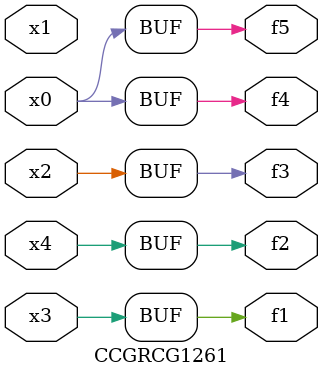
<source format=v>
module CCGRCG1261(
	input x0, x1, x2, x3, x4,
	output f1, f2, f3, f4, f5
);
	assign f1 = x3;
	assign f2 = x4;
	assign f3 = x2;
	assign f4 = x0;
	assign f5 = x0;
endmodule

</source>
